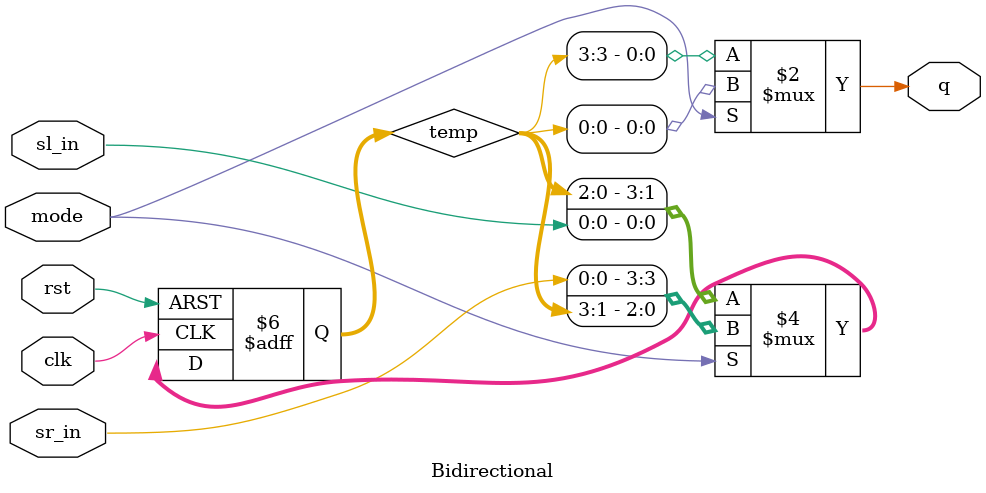
<source format=v>
module Bidirectional(clk,rst,mode,sr_in,sl_in,q);
  input clk,rst,mode;
  input sr_in,sl_in;
  output  q;
  reg [3:0]temp;
  
  
  always@(posedge clk,posedge rst)
    begin
      if(rst)
        temp<=4'b0000;
        
      else if(mode)
       
        temp<={sr_in,temp[3:1]};
      
        
      else
        temp<={temp[2:0],sl_in};

    end
  assign q=(mode)?temp[0]:temp[3];
endmodule



</source>
